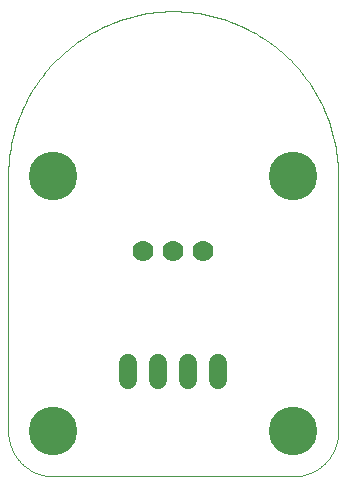
<source format=gbs>
G75*
%MOIN*%
%OFA0B0*%
%FSLAX25Y25*%
%IPPOS*%
%LPD*%
%AMOC8*
5,1,8,0,0,1.08239X$1,22.5*
%
%ADD10C,0.07000*%
%ADD11C,0.00000*%
%ADD12C,0.05943*%
%ADD13C,0.16211*%
D10*
X0051800Y0094006D03*
X0061800Y0094006D03*
X0071800Y0094006D03*
D11*
X0101800Y0019006D02*
X0021800Y0019006D01*
X0021438Y0019010D01*
X0021075Y0019024D01*
X0020713Y0019045D01*
X0020352Y0019076D01*
X0019992Y0019115D01*
X0019633Y0019163D01*
X0019275Y0019220D01*
X0018918Y0019285D01*
X0018563Y0019359D01*
X0018210Y0019442D01*
X0017859Y0019533D01*
X0017511Y0019632D01*
X0017165Y0019740D01*
X0016821Y0019856D01*
X0016481Y0019981D01*
X0016144Y0020113D01*
X0015810Y0020254D01*
X0015479Y0020403D01*
X0015152Y0020560D01*
X0014829Y0020724D01*
X0014510Y0020896D01*
X0014196Y0021076D01*
X0013885Y0021264D01*
X0013580Y0021459D01*
X0013279Y0021661D01*
X0012983Y0021871D01*
X0012693Y0022087D01*
X0012407Y0022311D01*
X0012127Y0022541D01*
X0011853Y0022778D01*
X0011585Y0023022D01*
X0011322Y0023272D01*
X0011066Y0023528D01*
X0010816Y0023791D01*
X0010572Y0024059D01*
X0010335Y0024333D01*
X0010105Y0024613D01*
X0009881Y0024899D01*
X0009665Y0025189D01*
X0009455Y0025485D01*
X0009253Y0025786D01*
X0009058Y0026091D01*
X0008870Y0026402D01*
X0008690Y0026716D01*
X0008518Y0027035D01*
X0008354Y0027358D01*
X0008197Y0027685D01*
X0008048Y0028016D01*
X0007907Y0028350D01*
X0007775Y0028687D01*
X0007650Y0029027D01*
X0007534Y0029371D01*
X0007426Y0029717D01*
X0007327Y0030065D01*
X0007236Y0030416D01*
X0007153Y0030769D01*
X0007079Y0031124D01*
X0007014Y0031481D01*
X0006957Y0031839D01*
X0006909Y0032198D01*
X0006870Y0032558D01*
X0006839Y0032919D01*
X0006818Y0033281D01*
X0006804Y0033644D01*
X0006800Y0034006D01*
X0006800Y0119006D01*
X0006816Y0120345D01*
X0006865Y0121684D01*
X0006947Y0123021D01*
X0007061Y0124355D01*
X0007207Y0125687D01*
X0007386Y0127014D01*
X0007597Y0128337D01*
X0007841Y0129654D01*
X0008116Y0130965D01*
X0008423Y0132268D01*
X0008762Y0133564D01*
X0009132Y0134851D01*
X0009533Y0136129D01*
X0009966Y0137397D01*
X0010429Y0138654D01*
X0010923Y0139899D01*
X0011447Y0141132D01*
X0012000Y0142351D01*
X0012584Y0143557D01*
X0013196Y0144748D01*
X0013837Y0145924D01*
X0014507Y0147084D01*
X0015205Y0148227D01*
X0015930Y0149353D01*
X0016683Y0150461D01*
X0017462Y0151551D01*
X0018268Y0152621D01*
X0019099Y0153671D01*
X0019956Y0154700D01*
X0020838Y0155709D01*
X0021743Y0156695D01*
X0022673Y0157659D01*
X0023626Y0158601D01*
X0024601Y0159519D01*
X0025599Y0160412D01*
X0026618Y0161282D01*
X0027658Y0162126D01*
X0028718Y0162944D01*
X0029798Y0163737D01*
X0030896Y0164503D01*
X0032014Y0165242D01*
X0033148Y0165954D01*
X0034300Y0166637D01*
X0035468Y0167293D01*
X0036652Y0167920D01*
X0037850Y0168518D01*
X0039063Y0169086D01*
X0040289Y0169625D01*
X0041528Y0170134D01*
X0042779Y0170612D01*
X0044042Y0171060D01*
X0045314Y0171477D01*
X0046597Y0171863D01*
X0047889Y0172218D01*
X0049189Y0172541D01*
X0050496Y0172832D01*
X0051810Y0173091D01*
X0053130Y0173318D01*
X0054455Y0173513D01*
X0055785Y0173676D01*
X0057118Y0173806D01*
X0058453Y0173904D01*
X0059791Y0173969D01*
X0061130Y0174002D01*
X0062470Y0174002D01*
X0063809Y0173969D01*
X0065147Y0173904D01*
X0066482Y0173806D01*
X0067815Y0173676D01*
X0069145Y0173513D01*
X0070470Y0173318D01*
X0071790Y0173091D01*
X0073104Y0172832D01*
X0074411Y0172541D01*
X0075711Y0172218D01*
X0077003Y0171863D01*
X0078286Y0171477D01*
X0079558Y0171060D01*
X0080821Y0170612D01*
X0082072Y0170134D01*
X0083311Y0169625D01*
X0084537Y0169086D01*
X0085750Y0168518D01*
X0086948Y0167920D01*
X0088132Y0167293D01*
X0089300Y0166637D01*
X0090452Y0165954D01*
X0091586Y0165242D01*
X0092704Y0164503D01*
X0093802Y0163737D01*
X0094882Y0162944D01*
X0095942Y0162126D01*
X0096982Y0161282D01*
X0098001Y0160412D01*
X0098999Y0159519D01*
X0099974Y0158601D01*
X0100927Y0157659D01*
X0101857Y0156695D01*
X0102762Y0155709D01*
X0103644Y0154700D01*
X0104501Y0153671D01*
X0105332Y0152621D01*
X0106138Y0151551D01*
X0106917Y0150461D01*
X0107670Y0149353D01*
X0108395Y0148227D01*
X0109093Y0147084D01*
X0109763Y0145924D01*
X0110404Y0144748D01*
X0111016Y0143557D01*
X0111600Y0142351D01*
X0112153Y0141132D01*
X0112677Y0139899D01*
X0113171Y0138654D01*
X0113634Y0137397D01*
X0114067Y0136129D01*
X0114468Y0134851D01*
X0114838Y0133564D01*
X0115177Y0132268D01*
X0115484Y0130965D01*
X0115759Y0129654D01*
X0116003Y0128337D01*
X0116214Y0127014D01*
X0116393Y0125687D01*
X0116539Y0124355D01*
X0116653Y0123021D01*
X0116735Y0121684D01*
X0116784Y0120345D01*
X0116800Y0119006D01*
X0116800Y0034006D01*
X0116796Y0033644D01*
X0116782Y0033281D01*
X0116761Y0032919D01*
X0116730Y0032558D01*
X0116691Y0032198D01*
X0116643Y0031839D01*
X0116586Y0031481D01*
X0116521Y0031124D01*
X0116447Y0030769D01*
X0116364Y0030416D01*
X0116273Y0030065D01*
X0116174Y0029717D01*
X0116066Y0029371D01*
X0115950Y0029027D01*
X0115825Y0028687D01*
X0115693Y0028350D01*
X0115552Y0028016D01*
X0115403Y0027685D01*
X0115246Y0027358D01*
X0115082Y0027035D01*
X0114910Y0026716D01*
X0114730Y0026402D01*
X0114542Y0026091D01*
X0114347Y0025786D01*
X0114145Y0025485D01*
X0113935Y0025189D01*
X0113719Y0024899D01*
X0113495Y0024613D01*
X0113265Y0024333D01*
X0113028Y0024059D01*
X0112784Y0023791D01*
X0112534Y0023528D01*
X0112278Y0023272D01*
X0112015Y0023022D01*
X0111747Y0022778D01*
X0111473Y0022541D01*
X0111193Y0022311D01*
X0110907Y0022087D01*
X0110617Y0021871D01*
X0110321Y0021661D01*
X0110020Y0021459D01*
X0109715Y0021264D01*
X0109404Y0021076D01*
X0109090Y0020896D01*
X0108771Y0020724D01*
X0108448Y0020560D01*
X0108121Y0020403D01*
X0107790Y0020254D01*
X0107456Y0020113D01*
X0107119Y0019981D01*
X0106779Y0019856D01*
X0106435Y0019740D01*
X0106089Y0019632D01*
X0105741Y0019533D01*
X0105390Y0019442D01*
X0105037Y0019359D01*
X0104682Y0019285D01*
X0104325Y0019220D01*
X0103967Y0019163D01*
X0103608Y0019115D01*
X0103248Y0019076D01*
X0102887Y0019045D01*
X0102525Y0019024D01*
X0102162Y0019010D01*
X0101800Y0019006D01*
D12*
X0076800Y0051234D02*
X0076800Y0056778D01*
X0066800Y0056778D02*
X0066800Y0051234D01*
X0056800Y0051234D02*
X0056800Y0056778D01*
X0046800Y0056778D02*
X0046800Y0051234D01*
D13*
X0021800Y0034006D03*
X0021800Y0119006D03*
X0101800Y0119006D03*
X0101800Y0034006D03*
M02*

</source>
